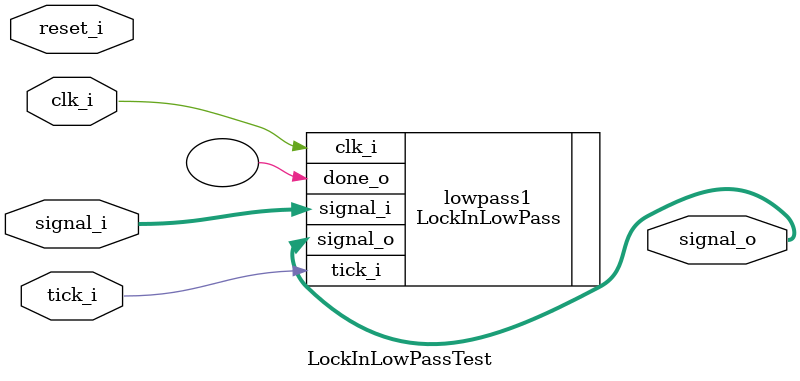
<source format=sv>
module LockInLowPassTest (
    input logic clk_i,
    input logic reset_i,
    input logic tick_i,
    input logic signed [32:0] signal_i,
    output logic signed [32:0] signal_o
);

    LockInLowPass lowpass1 (
        .clk_i(clk_i),
        .tick_i(tick_i),
        .signal_i(signal_i),
        .signal_o(signal_o),
        .done_o()
    );
endmodule

</source>
